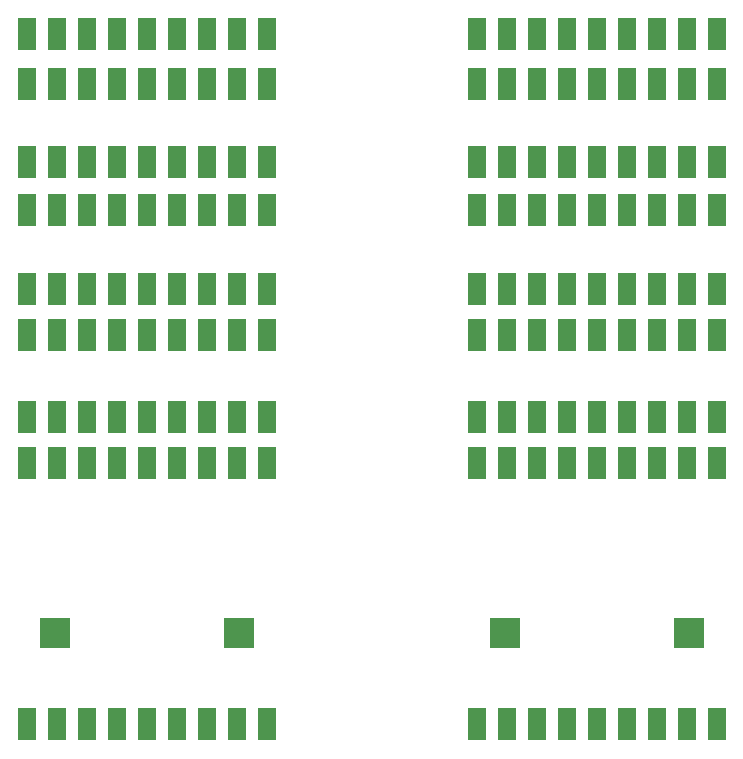
<source format=gbr>
%TF.GenerationSoftware,KiCad,Pcbnew,6.0.11-2627ca5db0~126~ubuntu22.04.1*%
%TF.CreationDate,2023-03-29T10:33:59-07:00*%
%TF.ProjectId,GX16-8P-Horizontal Slot Test,47583136-2d38-4502-9d48-6f72697a6f6e,rev?*%
%TF.SameCoordinates,Original*%
%TF.FileFunction,Paste,Top*%
%TF.FilePolarity,Positive*%
%FSLAX46Y46*%
G04 Gerber Fmt 4.6, Leading zero omitted, Abs format (unit mm)*
G04 Created by KiCad (PCBNEW 6.0.11-2627ca5db0~126~ubuntu22.04.1) date 2023-03-29 10:33:59*
%MOMM*%
%LPD*%
G01*
G04 APERTURE LIST*
%ADD10R,2.540000X2.540000*%
%ADD11R,1.524000X2.794000*%
G04 APERTURE END LIST*
D10*
%TO.C,J1*%
X112850000Y-82550000D03*
X128450000Y-82550000D03*
%TD*%
D11*
%TO.C,J19*%
X148590000Y-42672000D03*
X151130000Y-42672000D03*
X153670000Y-42672000D03*
X156210000Y-42672000D03*
X158750000Y-42672000D03*
X161290000Y-42672000D03*
X163830000Y-42672000D03*
X166370000Y-42672000D03*
X168910000Y-42672000D03*
%TD*%
%TO.C,J5*%
X110490000Y-68148000D03*
X113030000Y-68148000D03*
X115570000Y-68148000D03*
X118110000Y-68148000D03*
X120650000Y-68148000D03*
X123190000Y-68148000D03*
X125730000Y-68148000D03*
X128270000Y-68148000D03*
X130810000Y-68148000D03*
%TD*%
%TO.C,J7*%
X110490000Y-57326000D03*
X113030000Y-57326000D03*
X115570000Y-57326000D03*
X118110000Y-57326000D03*
X120650000Y-57326000D03*
X123190000Y-57326000D03*
X125730000Y-57326000D03*
X128270000Y-57326000D03*
X130810000Y-57326000D03*
%TD*%
%TO.C,J15*%
X148590000Y-64262000D03*
X151130000Y-64262000D03*
X153670000Y-64262000D03*
X156210000Y-64262000D03*
X158750000Y-64262000D03*
X161290000Y-64262000D03*
X163830000Y-64262000D03*
X166370000Y-64262000D03*
X168910000Y-64262000D03*
%TD*%
%TO.C,J21*%
X148590000Y-31877000D03*
X151130000Y-31877000D03*
X153670000Y-31877000D03*
X156210000Y-31877000D03*
X158750000Y-31877000D03*
X161290000Y-31877000D03*
X163830000Y-31877000D03*
X166370000Y-31877000D03*
X168910000Y-31877000D03*
%TD*%
%TO.C,J11*%
X110490000Y-36063000D03*
X113030000Y-36063000D03*
X115570000Y-36063000D03*
X118110000Y-36063000D03*
X120650000Y-36063000D03*
X123190000Y-36063000D03*
X125730000Y-36063000D03*
X128270000Y-36063000D03*
X130810000Y-36063000D03*
%TD*%
%TO.C,J2*%
X110490000Y-90297000D03*
X113030000Y-90297000D03*
X115570000Y-90297000D03*
X118110000Y-90297000D03*
X120650000Y-90297000D03*
X123190000Y-90297000D03*
X125730000Y-90297000D03*
X128270000Y-90297000D03*
X130810000Y-90297000D03*
%TD*%
%TO.C,J13*%
X148590000Y-90297000D03*
X151130000Y-90297000D03*
X153670000Y-90297000D03*
X156210000Y-90297000D03*
X158750000Y-90297000D03*
X161290000Y-90297000D03*
X163830000Y-90297000D03*
X166370000Y-90297000D03*
X168910000Y-90297000D03*
%TD*%
%TO.C,J20*%
X148590000Y-46758000D03*
X151130000Y-46758000D03*
X153670000Y-46758000D03*
X156210000Y-46758000D03*
X158750000Y-46758000D03*
X161290000Y-46758000D03*
X163830000Y-46758000D03*
X166370000Y-46758000D03*
X168910000Y-46758000D03*
%TD*%
%TO.C,J17*%
X148590000Y-53467000D03*
X151130000Y-53467000D03*
X153670000Y-53467000D03*
X156210000Y-53467000D03*
X158750000Y-53467000D03*
X161290000Y-53467000D03*
X163830000Y-53467000D03*
X166370000Y-53467000D03*
X168910000Y-53467000D03*
%TD*%
D10*
%TO.C,J12*%
X150950000Y-82550000D03*
X166550000Y-82550000D03*
%TD*%
D11*
%TO.C,J18*%
X148590000Y-57326000D03*
X151130000Y-57326000D03*
X153670000Y-57326000D03*
X156210000Y-57326000D03*
X158750000Y-57326000D03*
X161290000Y-57326000D03*
X163830000Y-57326000D03*
X166370000Y-57326000D03*
X168910000Y-57326000D03*
%TD*%
%TO.C,J8*%
X110490000Y-42672000D03*
X113030000Y-42672000D03*
X115570000Y-42672000D03*
X118110000Y-42672000D03*
X120650000Y-42672000D03*
X123190000Y-42672000D03*
X125730000Y-42672000D03*
X128270000Y-42672000D03*
X130810000Y-42672000D03*
%TD*%
%TO.C,J22*%
X148590000Y-36063000D03*
X151130000Y-36063000D03*
X153670000Y-36063000D03*
X156210000Y-36063000D03*
X158750000Y-36063000D03*
X161290000Y-36063000D03*
X163830000Y-36063000D03*
X166370000Y-36063000D03*
X168910000Y-36063000D03*
%TD*%
%TO.C,J4*%
X110490000Y-64262000D03*
X113030000Y-64262000D03*
X115570000Y-64262000D03*
X118110000Y-64262000D03*
X120650000Y-64262000D03*
X123190000Y-64262000D03*
X125730000Y-64262000D03*
X128270000Y-64262000D03*
X130810000Y-64262000D03*
%TD*%
%TO.C,J9*%
X110490000Y-46758000D03*
X113030000Y-46758000D03*
X115570000Y-46758000D03*
X118110000Y-46758000D03*
X120650000Y-46758000D03*
X123190000Y-46758000D03*
X125730000Y-46758000D03*
X128270000Y-46758000D03*
X130810000Y-46758000D03*
%TD*%
%TO.C,J10*%
X110490000Y-31877000D03*
X113030000Y-31877000D03*
X115570000Y-31877000D03*
X118110000Y-31877000D03*
X120650000Y-31877000D03*
X123190000Y-31877000D03*
X125730000Y-31877000D03*
X128270000Y-31877000D03*
X130810000Y-31877000D03*
%TD*%
%TO.C,J6*%
X110490000Y-53467000D03*
X113030000Y-53467000D03*
X115570000Y-53467000D03*
X118110000Y-53467000D03*
X120650000Y-53467000D03*
X123190000Y-53467000D03*
X125730000Y-53467000D03*
X128270000Y-53467000D03*
X130810000Y-53467000D03*
%TD*%
%TO.C,J16*%
X148590000Y-68148000D03*
X151130000Y-68148000D03*
X153670000Y-68148000D03*
X156210000Y-68148000D03*
X158750000Y-68148000D03*
X161290000Y-68148000D03*
X163830000Y-68148000D03*
X166370000Y-68148000D03*
X168910000Y-68148000D03*
%TD*%
M02*

</source>
